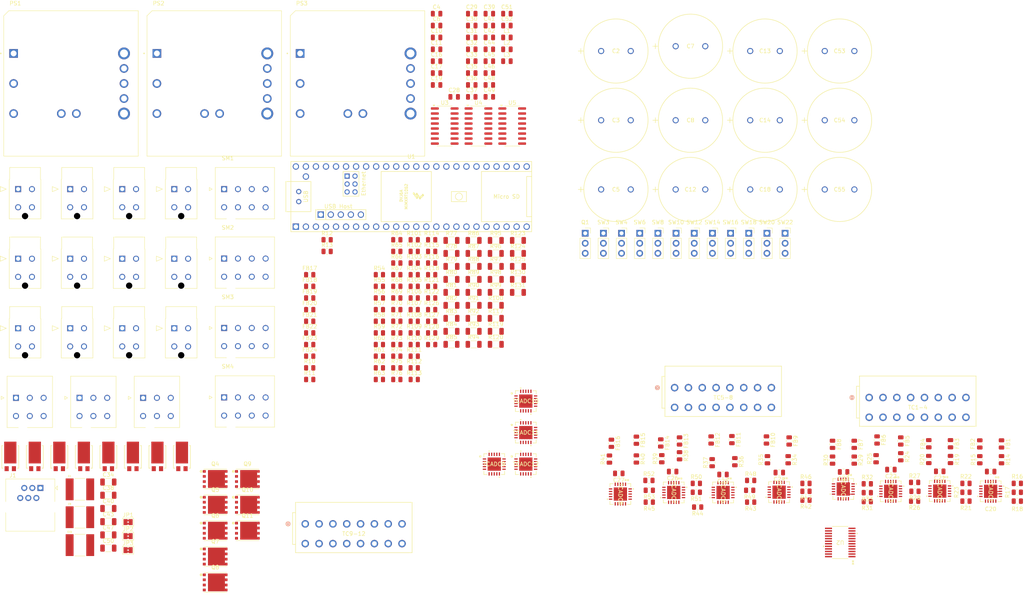
<source format=kicad_pcb>
(kicad_pcb (version 20240108) (generator "pcbnew") (generator_version "8.0")
  (layers (0 "F.Cu" signal) (1 "In1.Cu" signal) (2 "In2.Cu" signal) (31 "B.Cu" signal) (34 "B.Paste" user) (35 "F.Paste" user) (36 "B.SilkS" user "B.Silkscreen") (37 "F.SilkS" user "F.Silkscreen") (38 "B.Mask" user) (39 "F.Mask" user) (44 "Edge.Cuts" user))
  (net 0 "")
  (net 1 "+VDC")
  (net 2 "GND")
  (net 3 "PS1 Vout")
  (net 4 "Imon PS1")
  (net 5 "Imon PS2")
  (net 6 "PS2 Vout")
  (net 7 "Imon PS3")
  (net 8 "PS3 Vout")
  (net 9 "GNDD")
  (net 10 "3.3V")
  (net 11 "Net-(TCADC1-VIN-)")
  (net 12 "Net-(TCADC1-VIN+)")
  (net 13 "Net-(TCADC2-VIN+)")
  (net 14 "Net-(TCADC2-VIN-)")
  (net 15 "Net-(TCADC3-VIN-)")
  (net 16 "Net-(TCADC3-VIN+)")
  (net 17 "Net-(TCADC4-VIN+)")
  (net 18 "Net-(TCADC4-VIN-)")
  (net 19 "Net-(TCADC5-VIN-)")
  (net 20 "Net-(TCADC5-VIN+)")
  (net 21 "Net-(TCADC6-VIN+)")
  (net 22 "Net-(TCADC6-VIN-)")
  (net 23 "Net-(TCADC7-VIN-)")
  (net 24 "Net-(TCADC7-VIN+)")
  (net 25 "Net-(TCADC8-VIN+)")
  (net 26 "Net-(TCADC8-VIN-)")
  (net 27 "Net-(TCADC9-VIN-)")
  (net 28 "Net-(TCADC9-VIN+)")
  (net 29 "Net-(TCADC10-VIN-)")
  (net 30 "Net-(TCADC10-VIN+)")
  (net 31 "Net-(TCADC11-VIN-)")
  (net 32 "Net-(TCADC11-VIN+)")
  (net 33 "Net-(TCADC12-VIN+)")
  (net 34 "Net-(TCADC12-VIN-)")
  (net 35 "Net-(U3-INA-)")
  (net 36 "Net-(U3-INA+)")
  (net 37 "Net-(U3-VBG)")
  (net 38 "Net-(C34-Pad1)")
  (net 39 "Net-(C39-Pad1)")
  (net 40 "Net-(U4-INA-)")
  (net 41 "Net-(U4-INA+)")
  (net 42 "Net-(U4-VBG)")
  (net 43 "Net-(C46-Pad1)")
  (net 44 "Net-(U5-INA+)")
  (net 45 "Net-(U5-INA-)")
  (net 46 "Net-(U5-VBG)")
  (net 47 "Net-(D1-A)")
  (net 48 "Net-(D2-A)")
  (net 49 "Net-(D3-A)")
  (net 50 "Net-(D4-A)")
  (net 51 "Net-(D5-A)")
  (net 52 "Net-(D6-A)")
  (net 53 "Net-(D7-A)")
  (net 54 "Net-(D8-A)")
  (net 55 "TC1+")
  (net 56 "Net-(FB1-Pad2)")
  (net 57 "TC1-")
  (net 58 "Net-(FB2-Pad2)")
  (net 59 "Net-(FB3-Pad2)")
  (net 60 "TC2+")
  (net 61 "Net-(FB4-Pad2)")
  (net 62 "TC2-")
  (net 63 "Net-(FB5-Pad2)")
  (net 64 "TC3+")
  (net 65 "TC3-")
  (net 66 "Net-(FB6-Pad2)")
  (net 67 "TC4+")
  (net 68 "Net-(FB7-Pad2)")
  (net 69 "TC4-")
  (net 70 "Net-(FB8-Pad2)")
  (net 71 "TC5+")
  (net 72 "Net-(FB9-Pad2)")
  (net 73 "TC5-")
  (net 74 "Net-(FB10-Pad2)")
  (net 75 "TC6+")
  (net 76 "Net-(FB11-Pad2)")
  (net 77 "TC6-")
  (net 78 "Net-(FB12-Pad2)")
  (net 79 "TC7+")
  (net 80 "Net-(FB13-Pad2)")
  (net 81 "TC7-")
  (net 82 "Net-(FB14-Pad2)")
  (net 83 "TC8+")
  (net 84 "Net-(FB15-Pad2)")
  (net 85 "TC8-")
  (net 86 "Net-(FB16-Pad2)")
  (net 87 "Net-(FB17-Pad2)")
  (net 88 "TC9+")
  (net 89 "Net-(FB18-Pad2)")
  (net 90 "TC9-")
  (net 91 "TC10+")
  (net 92 "Net-(FB19-Pad2)")
  (net 93 "Net-(FB20-Pad2)")
  (net 94 "TC10-")
  (net 95 "Net-(FB21-Pad2)")
  (net 96 "TC11+")
  (net 97 "Net-(FB22-Pad2)")
  (net 98 "TC11-")
  (net 99 "TC12+")
  (net 100 "Net-(FB23-Pad2)")
  (net 101 "TC12-")
  (net 102 "Net-(FB24-Pad2)")
  (net 109 "Net-(JP1-B)")
  (net 110 "Net-(JP2-B)")
  (net 111 "Net-(JP3-B)")
  (net 112 "Net-(Q1-C)")
  (net 113 "Net-(Q2-C)")
  (net 114 "Net-(Q3-C)")
  (net 115 "Net-(LC1-Pad4)")
  (net 116 "Net-(LC1-Pad3)")
  (net 118 "Net-(LC2-Pad4)")
  (net 119 "Net-(LC2-Pad3)")
  (net 121 "Net-(LC3-Pad3)")
  (net 123 "Net-(LC3-Pad4)")
  (net 125 "Net-(PS1-TRIM)")
  (net 126 "Net-(PS1-CURRENT_MONITOR)")
  (net 127 "Net-(PS1-~{ON}{slash}OFF)")
  (net 128 "Net-(PS2-~{ON}{slash}OFF)")
  (net 130 "Net-(PS2-CURRENT_MONITOR)")
  (net 131 "Net-(PS2-TRIM)")
  (net 132 "Net-(PS3-~{ON}{slash}OFF)")
  (net 134 "Net-(PS3-CURRENT_MONITOR)")
  (net 135 "Net-(PS3-TRIM)")
  (net 136 "Net-(PT1-Pad2)")
  (net 137 "GNDA")
  (net 139 "Net-(SW8-B)")
  (net 140 "Net-(PT2-Pad2)")
  (net 142 "Net-(SW10-B)")
  (net 143 "Net-(PT3-Pad2)")
  (net 145 "Net-(SW12-B)")
  (net 147 "Net-(PT4-Pad2)")
  (net 148 "Net-(SW14-B)")
  (net 149 "Net-(SW16-B)")
  (net 150 "Net-(PT5-Pad2)")
  (net 152 "Net-(SW18-B)")
  (net 153 "Net-(PT6-Pad2)")
  (net 155 "Net-(SW20-B)")
  (net 157 "Net-(PT7-Pad2)")
  (net 158 "Net-(PT8-Pad2)")
  (net 159 "Net-(SW22-B)")
  (net 161 "Net-(Q4-G)")
  (net 162 "Net-(Q5-G)")
  (net 163 "Net-(Q6-G)")
  (net 164 "Net-(Q7-G)")
  (net 165 "Net-(Q8-G)")
  (net 166 "Net-(Q9-G)")
  (net 167 "Net-(Q10-G)")
  (net 168 "Net-(Q11-G)")
  (net 169 "Net-(U2-A0)")
  (net 170 "Net-(U2-A1)")
  (net 171 "Net-(U2-A2)")
  (net 172 "Net-(U2-*RESET)")
  (net 173 "MP1_SDA1")
  (net 174 "MP1_SCL1")
  (net 175 "Net-(TCADC1-ADDR)")
  (net 176 "Net-(TCADC2-ADDR)")
  (net 177 "MP1_SDA2")
  (net 178 "MP1_SCL2")
  (net 179 "Net-(TCADC3-ADDR)")
  (net 180 "MP1_SDA3")
  (net 181 "MP1_SCL3")
  (net 182 "Net-(TCADC4-ADDR)")
  (net 183 "MP1_SDA4")
  (net 184 "MP1_SCL4")
  (net 185 "Net-(TCADC5-ADDR)")
  (net 186 "Net-(TCADC6-ADDR)")
  (net 187 "Net-(TCADC7-ADDR)")
  (net 188 "Net-(TCADC8-ADDR)")
  (net 189 "MP1_SDA5")
  (net 190 "MP1_SCL5")
  (net 191 "MP1_SDA6")
  (net 192 "MP1_SCL6")
  (net 193 "MP1_SDA7")
  (net 194 "MP1_SCL7")
  (net 195 "MP1_SDA8")
  (net 196 "MP1_SCL8")
  (net 197 "Net-(TCADC9-ADDR)")
  (net 198 "Net-(TCADC10-ADDR)")
  (net 199 "Net-(TCADC11-ADDR)")
  (net 200 "SDA")
  (net 201 "SCL")
  (net 202 "Net-(R77-Pad2)")
  (net 203 "Net-(R77-Pad1)")
  (net 204 "Net-(R79-Pad2)")
  (net 205 "Net-(R80-Pad1)")
  (net 206 "Net-(R81-Pad1)")
  (net 207 "Net-(R82-Pad2)")
  (net 208 "Net-(R83-Pad1)")
  (net 209 "Net-(R84-Pad1)")
  (net 210 "Net-(R85-Pad2)")
  (net 211 "Net-(R86-Pad1)")
  (net 212 "Net-(R87-Pad1)")
  (net 213 "Net-(R88-Pad2)")
  (net 214 "Net-(R89-Pad1)")
  (net 215 "Net-(R90-Pad1)")
  (net 216 "Net-(R91-Pad2)")
  (net 217 "Net-(R92-Pad1)")
  (net 218 "Net-(R93-Pad1)")
  (net 219 "Net-(R94-Pad2)")
  (net 220 "Net-(R95-Pad1)")
  (net 221 "Net-(R96-Pad1)")
  (net 222 "Net-(R97-Pad2)")
  (net 223 "Net-(R98-Pad1)")
  (net 224 "Net-(R99-Pad1)")
  (net 225 "Net-(R100-Pad2)")
  (net 226 "VBF1")
  (net 227 "VBF2")
  (net 228 "VBF3")
  (net 229 "RELAY1")
  (net 230 "RELAY2")
  (net 231 "RELAY3")
  (net 232 "RELAY4")
  (net 233 "RELAY")
  (net 234 "ENA1")
  (net 235 "DIR1")
  (net 236 "PUL1")
  (net 237 "ENA2")
  (net 238 "DIR2")
  (net 239 "PUL2")
  (net 240 "DIR3")
  (net 241 "ENA3")
  (net 242 "PUL3")
  (net 243 "ENA5")
  (net 244 "PUL4")
  (net 245 "DIR4")
  (net 294 "PT4")
  (net 297 "CLK2")
  (net 299 "RELAY8")
  (net 300 "PT6")
  (net 302 "PT1")
  (net 303 "CLK1")
  (net 304 "SERVO4")
  (net 305 "DAT2")
  (net 306 "RELAY6")
  (net 307 "SERVO1")
  (net 309 "DAT3")
  (net 310 "PT8")
  (net 312 "CLK3")
  (net 313 "GNDPWR")
  (net 314 "SERVO5")
  (net 316 "RELAY7")
  (net 319 "SERVO3")
  (net 323 "PT3")
  (net 324 "PT5")
  (net 326 "SERVO2")
  (net 327 "PT7")
  (net 331 "PT2")
  (net 332 "RELAY5")
  (net 333 "DAT1")
  (net 337 "Net-(Q1-B)")
  (net 338 "Net-(Q2-B)")
  (net 343 "Net-(Q3-B)")
  (net 346 "Net-(SW3-A)")
  (net 347 "Net-(SW3-C)")
  (net 348 "Net-(SW4-C)")
  (net 349 "Net-(SW4-A)")
  (net 350 "Net-(SW6-C)")
  (net 351 "Net-(SW6-A)")
  (net 352 "24V")
  (net 353 "5V")
  (footprint "Resistor_SMD:R_0805_2012Metric" (layer "F.Cu") (at 125.18 83.28)
    (property "Reference" "R64")
    (property "Value" "10k")
  )
  (footprint "Capacitor_SMD:C_0805_2012Metric" (layer "F.Cu") (at 135.25 38.04)
    (property "Reference" "C16")
    (property "Value" "0.1 uF")
  )
  (footprint "Capacitor_SMD:C_0805_2012Metric" (layer "F.Cu") (at 148.6 35.03)
    (property "Reference" "C44")
    (property "Value" "0.1uF")
  )
  (footprint "Resistor_SMD:R_0805_2012Metric" (layer "F.Cu") (at 125.18 118.68)
    (property "Reference" "R76")
    (property "Value" "14.5k")
  )
  (footprint "Capacitor_SMD:C_0805_2012Metric" (layer "F.Cu") (at 195 142 180)
    (property "Reference" "C26")
    (property "Value" "0.1 uF")
  )
  (footprint "Resistor_SMD:R_0805_2012Metric" (layer "F.Cu") (at 278.249999 139 -90)
    (property "Reference" "R14")
    (property "Value" "100")
  )
  (footprint "Resistor_SMD:R_0805_2012Metric" (layer "F.Cu") (at 269.249999 145)
    (property "Reference" "R22")
    (property "Value" "10k")
  )
  (footprint "CONN_2601_3108:CONN_2601_3108" (layer "F.Cu") (at 244.749997 123.25)
    (property "Reference" "TC1-4")
    (property "Value" "2601-3108")
  )
  (footprint "Resistor_SMD:R_0805_2012Metric" (layer "F.Cu") (at 120.77 92.13)
    (property "Reference" "R54")
    (property "Value" "100")
  )
  (footprint "Resistor_SMD:R_1206_3216Metric" (layer "F.Cu") (at 139.01 90.03)
    (property "Reference" "R79")
    (property "Value" "160")
  )
  (footprint "Resistor_SMD:R_1206_3216Metric" (layer "F.Cu") (at 150.23 93.32)
    (property "Reference" "R98")
    (property "Value" "5k")
  )
  (footprint "Jumper:SolderJumper-2_P1.3mm_Bridged2Bar_Pad1.0x1.5mm" (layer "F.Cu") (at 57.16 158.36)
    (property "Reference" "JP2")
    (property "Value" "SolderJumper_2_Open")
  )
  (footprint "CONN_1722981106_Universal:CONN_1722981106" (layer "F.Cu") (at 28.78 123.33)
    (property "Reference" "LC1" (hide yes))
    (property "Value" "1722981206" (hide yes))
  )
  (footprint "Resistor_SMD:R_0805_2012Metric" (layer "F.Cu") (at 252.749999 138.25 -90)
    (property "Reference" "R24")
    (property "Value" "100")
  )
  (footprint "Resistor_SMD:R_0805_2012Metric" (layer "F.Cu") (at 103.13 118.68)
    (property "Reference" "R11")
    (property "Value" "10k")
  )
  (footprint "Resistor_SMD:R_1206_3216Metric" (layer "F.Cu") (at 139.01 83.45)
    (property "Reference" "R77")
    (property "Value" "2.7k")
  )
  (footprint "Capacitor_SMD:C_0805_2012Metric" (layer "F.Cu") (at 181.3735 142.4735 180)
    (property "Reference" "C27")
    (property "Value" "0.1 uF")
  )
  (footprint "Resistor_SMD:R_0805_2012Metric" (layer "F.Cu") (at 282.249999 149.5 180)
    (property "Reference" "R18")
    (property "Value" "10k")
  )
  (footprint "Resistor_SMD:R_0805_2012Metric" (layer "F.Cu") (at 134 109.83)
    (property "Reference" "R129")
    (property "Value" "100")
  )
  (footprint "Resistor_SMD:R_0805_2012Metric" (layer "F.Cu") (at 201 145)
    (property "Reference" "R50")
    (property "Value" "10k")
  )
  (footprint "IC_MCP9600-EMX:IC_MCP9600-EMX-M" (layer "F.Cu") (at 262.610999 146.95 -90)
    (property "Reference" "TCADC2")
    (property "Value" "MCP9600-E/MX" (hide yes))
  )
  (footprint "Resistor_SMD:R_0805_2012Metric" (layer "F.Cu") (at 259.837499 138.95 90)
    (property "Reference" "R20")
    (property "Value" "100")
  )
  (footprint "Resistor_SMD:R_0805_2012Metric" (layer "F.Cu") (at 125.18 92.13)
    (property "Reference" "R67")
    (property "Value" "10k")
  )
  (footprint "Resistor_SMD:R_1206_3216Metric" (layer "F.Cu") (at 150.23 103.19)
    (property "Reference" "R117")
    (property "Value" "5k")
  )
  (footprint "Capacitor_SMD:C_0805_2012Metric" (layer "F.Cu") (at 135.25 32.02)
    (property "Reference" "C10")
    (property "Value" "0.1 uF")
  )
  (footprint "Resistor_SMD:R_1206_3216Metric" (layer "F.Cu") (at 155.84 83.45)
    (property "Reference" "R123")
    (property "Value" "5k")
  )
  (footprint "CONN_1722981104_Universal:CONN_1722981104" (layer "F.Cu") (at 29.32649 70.448502)
    (property "Reference" "J2" (hide yes))
    (property "Value" "1722981104" (hide yes))
  )
  (footprint "Resistor_SMD:R_0805_2012Metric" (layer "F.Cu") (at 120.77 118.68)
    (property "Reference" "R63")
    (property "Value" "10k")
  )
  (footprint "Connector_PinSocket_2.54mm:PinSocket_1x03_P2.54mm_Vertical" (layer "F.Cu") (at 191.2706 81.6219)
    (property "Reference" "SW8")
    (property "Value" "SW_SPDT")
  )
  (footprint "Resistor_SMD:R_1206_3216Metric" (layer "F.Cu") (at 150.23 90.03)
    (property "Reference" "R97")
    (property "Value" "160")
  )
  (footprint "MOSFET_CSD17306Q5A:MOSFET_CSD17306Q5A" (layer "F.Cu") (at 79.22375 150.4325)
    (property "Reference" "Q5")
    (property "Value" "NMOS")
  )
  (footprint "Capacitor_SMD:C_0805_2012Metric" (layer "F.Cu") (at 250.249999 141.5 180)
    (property "Reference" "C22")
    (property "Value" "0.1 uF")
  )
  (footprint "Resistor_SMD:R_1206_3216Metric" (layer "F.Cu") (at 144.62 93.32)
    (property "Reference" "R89")
    (property "Value" "5k")
  )
  (footprint "CP_EGPA101ELL471ML35S:CP_EGPA101ELL471ML35S" (layer "F.Cu") (at 233.507 53)
    (property "Reference" "C54")
    (property "Value" "470 uF")
  )
  (footprint "Resistor_SMD:R_1206_3216Metric" (layer "F.Cu") (at 155.84 90.03)
    (property "Reference" "R125")
    (property "Value" "5k")
  )
  (footprint "Resistor_SMD:R_0805_2012Metric" (layer "F.Cu") (at 103.13 100.98)
    (property "Reference" "FB20")
    (property "Value" "FerriteBead")
  )
  (footprint "Resistor_SMD:R_0805_2012Metric" (layer "F.Cu") (at 256.249999 149.5 180)
    (property "Reference" "R26")
    (property "Value" "10k")
  )
  (footprint "Resistor_SMD:R_1206_3216Metric" (layer "F.Cu") (at 144.62 83.45)
    (property "Reference" "R86")
    (property "Value" "5k")
  )
  (footprint "Resistor_SMD:R_1206_3216Metric" (layer "F.Cu") (at 139.01 103.19)
    (property "Reference" "R83")
    (property "Value" "5k")
  )
  (footprint "IC_MCP9600-EMX:IC_MCP9600-EMX-M" (layer "F.Cu") (at 207.7735 147.3 -90)
    (property "Reference" "TCADC6")
    (property "Value" "MCP9600-E/MX")
  )
  (footprint "Resistor_SMD:R_0805_2012Metric" (layer "F.Cu") (at 120.77 112.78)
    (property "Reference" "R61")
    (property "Value" "100")
  )
  (footprint "Resistor_SMD:R_0805_2012Metric" (layer "F.Cu") (at 103.13 103.93)
    (property "Reference" "FB21")
    (property "Value" "FerriteBead")
  )
  (footprint "Resistor_SMD:R_0805_2012Metric" (layer "F.Cu") (at 189.0875 146.75 180)
    (property "Reference" "R53")
    (property "Value" "10k")
  )
  (footprint "Resistor_SMD:R_1206_3216Metric" (layer "F.Cu") (at 139.01 109.77)
    (property "Reference" "R85")
    (property "Value" "160")
  )
  (footprint "IC_TCA9548APWR:IC_TCA9548APWR-M" (layer "F.Cu") (at 237.425001 159.9718 180)
    (property "Reference" "U2")
    (property "Value" "TCA9548APWR")
  )
  (footprint "Resistor_SMD:R_0805_2012Metric" (layer "F.Cu") (at 125.18 95.08)
    (property "Reference" "R68")
    (property "Value" "10k")
  )
  (footprint "IC_MCP9600-EMX:IC_MCP9600-EMX-M" (layer "F.Cu") (at 195.2735 147.3 -90)
    (property "Reference" "TCADC7")
    (property "Value" "MCP9600-E/MX")
  )
  (footprint "Resistor_SMD:R_0805_2012Metric" (layer "F.Cu") (at 252.749999 134.25 -90)
    (property "Reference" "FB5")
    (property "Value" "FerriteBead")
  )
  (footprint "Resistor_SMD:R_0805_2012Metric" (layer "F.Cu") (at 228.75 147 180)
    (property "Reference" "R47")
    (property "Value" "10k")
  )
  (footprint "Resistor_SMD:R_0805_2012Metric" (layer "F.Cu") (at 120.77 106.88)
    (property "Reference" "R59")
    (property "Value" "100")
  )
  (footprint "MOSFET_CSD17306Q5A:MOSFET_CSD17306Q5A" (layer "F.Cu") (at 79.22375 170.0825)
    (property "Reference" "Q8")
    (property "Value" "NMOS")
  )
  (footprint "Resistor_SMD:R_0805_2012Metric" (layer "F.Cu") (at 179.5 134.8375 -90)
    (property "Reference" "FB16")
    (property "Value" "FerriteBead")
  )
  (footprint "Capacitor_SMD:C_1206_3216Metric" (layer "F.Cu") (at 52.16 158.05)
    (property "Reference" "C47")
    (property "Value" "10uF")
  )
  (footprint "Resistor_SMD:R_0805_2012Metric" (layer "F.Cu") (at 134 100.98)
    (property "Reference" "R126")
    (property "Value" "100")
  )
  (footprint "Resistor_SMD:R_0805_2012Metric" (layer "F.Cu") (at 125.18 109.83)
    (property "Reference" "R73")
    (property "Value" "10k")
  )
  (footprint "Resistor_SMD:R_0805_2012Metric" (layer "F.Cu") (at 259.837499 134.95 -90)
    (property "Reference" "FB4")
    (property "Value" "FerriteBead")
  )
  (footprint "Resistor_SMD:R_1206_3216Metric" (layer "F.Cu") (at 144.62 96.61)
    (property "Reference" "R90")
    (property "Value" "2.7k")
  )
  (footprint "Resistor_SMD:R_0805_2012Metric" (layer "F.Cu") (at 125.18 86.23)
    (property "Reference" "R65")
    (property "Value" "10k")
  )
  (footprint "CONN_1722981108_Universal:CONN_1722981108" (layer "F.Cu") (at 81.47 105.63)
    (property "Reference" "SM3")
    (property "Value" "1722981108")
  )
  (footprint "CONN_1722981108_Universal:CONN_1722981108" (layer "F.Cu") (at 81.47 88.04)
    (property "Reference" "SM2")
    (property "Value" "1722981108")
  )
  (footprint "Resistor_SMD:R_0805_2012Metric" (layer "F.Cu") (at 120.77 100.98)
    (property "Reference" "R57")
    (property "Value" "100")
  )
  (footprint "Resistor_SMD:R_0805_2012Metric" (layer "F.Cu") (at 282.249999 145)
    (property "Reference" "R16")
    (property "Value" "10k")
  )
  (footprint "Resistor_SMD:R_0805_2012Metric" (layer "F.Cu") (at 129.59 112.78)
    (property "Reference" "R111")
    (property "Value" "10k")
  )
  (footprint "Resistor_SMD:R_1206_3216Metric" (layer "F.Cu") (at 155.84 93.32)
    (property "Reference" "R130")
    (property "Value" "5k")
  )
  (footprint "CP_EGPA101ELL471ML35S:CP_EGPA101ELL471ML35S" (layer "F.Cu") (at 214.6381 70.5354)
    (property "Reference" "C18")
    (property "Value" "470 uF")
  )
  (footprint "Resistor_SMD:R_0805_2012Metric" (layer "F.Cu") (at 224.5 134.25 -90)
    (property "Reference" "FB9")
    (property "Value" "FerriteBead")
  )
  (footprint "Resistor_SMD:R_0805_2012Metric" (layer "F.Cu") (at 103.13 98.03)
    (property "Reference" "FB19")
    (property "Value" "FerriteBead")
  )
  (footprint "Resistor_SMD:R_1206_3216Metric" (layer "F.Cu") (at 139.01 86.74)
    (property "Reference" "R78")
    (property "Value" "5k")
  )
  (footprint "Resistor_SMD:R_0805_2012Metric" (layer "F.Cu") (at 129.59 95.08)
    (property "Reference" "R105")
    (property "Value" "8.2k")
  )
  (footprint "Resistor_SMD:R_0805_2012Metric" (layer "F.Cu") (at 244.2735 145.100001)
    (property "Reference" "R32")
    (property "Value" "10k")
  )
  (footprint "Resistor_SMD:R_0805_2012Metric" (layer "F.Cu") (at 103.13 92.13)
    (property "Reference" "FB17")
    (property "Value" "FerriteBead")
  )
  (footprint "DCC_I7C4W012A050V_PF3_R:DCC_I7C4W012A050V_PF3_R" (layer "F.Cu") (at 42.155 43.685)
    (property "Reference" "PS1")
    (property "Value" "I7C4W008A120V-PF3-R")
  )
  (footprint "Resistor_SMD:R_0805_2012Metric" (layer "F.Cu") (at 125.18 103.93)
    (property "Reference" "R71")
    (property "Value" "10k")
  )
  (footprint "Connector_PinSocket_2.54mm:PinSocket_1x03_P2.54mm_Vertical" (layer "F.Cu") (at 218.8706 81.6219)
    (property "Reference" "SW20")
    (property "Value" "SW_SPDT")
  )
  (footprint "Resistor_SMD:R_0805_2012Metric" (layer "F.Cu") (at 120.77 98.03)
    (property "Reference" "R56")
    (property "Value" "100")
  )
  (footprint "Capacitor_SMD:C_0805_2012Metric" (layer "F.Cu") (at 135.25 26)
    (property "Reference" "C4")
    (property "Value" "0.1 uF")
  )
  (footprint "Resistor_SMD:R_0805_2012Metric" (layer "F.Cu") (at 219 139 90)
    (property "Reference" "R35")
    (property "Value" "100")
  )
  (footprint "Capacitor_SMD:C_0805_2012Metric" (layer "F.Cu") (at 207.75 142.75 180)
    (property "Reference" "C25")
    (property "Value" "0.1 uF")
  )
  (footprint "Resistor_SMD:R_0805_2012Metric" (layer "F.Cu") (at 134 106.88)
    (property "Reference" "R128")
    (property "Value" "100")
  )
  (footprint "CONN_1722981104_Universal:CONN_1722981104" (layer "F.Cu") (at 29.32649 105.702504)
    (property "Reference" "PT5" (hide yes))
    (property "Value" "1722981104" (hide yes))
  )
  (footprint "Capacitor_SMD:C_0805_2012Metric" (layer "F.Cu") (at 153.05 26)
    (property "Reference" "C51")
    (property "Value" "0.1uF")
  )
  (footprint "Resistor_SMD:R_0805_2012Metric" (layer "F.Cu") (at 125.18 100.98)
    (property "Reference" "R70")
    (property "Value" "10k")
  )
  (footprint "Resistor_SMD:R_1206_3216Metric" (layer "F.Cu") (at 150.23 86.74)
    (property "Reference" "R96")
    (property "Value" "2.7k")
  )
  (footprint "Resistor_SMD:R_0805_2012Metric" (layer "F.Cu") (at 129.59 86.23)
    (property "Reference" "R102")
    (property "Value" "10k")
  )
  (footprint "Capacitor_SMD:C_1206_3216Metric" (layer "F.Cu") (at 52.16 151.35)
    (property "Reference" "C40")
    (property "Value" "10uF")
  )
  (footprint "Resistor_SMD:R_0805_2012Metric" (layer "F.Cu") (at 192.25 138.75 90)
    (property "Reference" "R39")
    (property "Value" "100")
  )
  (footprint "Resistor_SMD:R_1206_3216Metric" (layer "F.Cu") (at 144.62 109.77)
    (property "Reference" "R94")
    (property "Value" "160")
  )
  (footprint "D_PDS760_13:D_PDS760_13-M" (layer "F.Cu") (at 64.5805 138.29)
    (property "Reference" "D7" (hide yes))
    (property "Value" "D_Schottky" (hide yes))
  )
  (footprint "Resistor_SMD:R_1206_3216Metric" (layer "F.Cu") (at 139.01 106.48)
    (property "Reference" "R84")
    (property "Value" "2.7k")
  )
  (footprint "Resistor_SMD:R_1206_3216Metric" (layer "F.Cu") (at 144.62 103.19)
    (property "Reference" "R92")
    (property "Value" "5k")
  )
  (footprint "Capacitor_SMD:C_0805_2012Metric" (layer "F.Cu") (at 148.6 38.04)
    (property "Reference" "C45")
    (property "Value" "0.1uF")
  )
  (footprint "Resistor_SMD:R_0805_2012Metric" (layer "F.Cu") (at 224.25 139 -90)
    (property "Reference" "R34")
    (property "Value" "100")
  )
  (footprint "Capacitor_SMD:C_0805_2012Metric" (layer "F.Cu") (at 144.15 38.04)
    (property "Reference" "C33")
    (property "Value" "0.1uF")
  )
  (footprint "CONN_1722981104_Universal:CONN_1722981104" (layer "F.Cu") (at 68.851439 105.702504)
    (property "Reference" "PT8" (hide yes))
    (property "Value" "1722981104" (hide yes))
  )
  (footprint "Capacitor_SMD:C_0805_2012Metric" (layer "F.Cu") (at 144.15 26)
    (property "Reference" "C29")
    (property "Value" "0.1 uF")
  )
  (footprint "Resistor_SMD:R_0805_2012Metric" (layer "F.Cu") (at 125.18 98.03)
    (property "Reference" "R69")
    (property "Value" "10k")
  )
  (footprint "Resistor_SMD:R_0805_2012Metric" (layer "F.Cu") (at 210.75 139.5 -90)
    (property "Reference" "R36")
    (property "Value" "100")
  )
  (footprint "Capacitor_SMD:C_0805_2012Metric" (layer "F.Cu") (at 144.15 44.06)
    (property "Reference" "C36")
    (property "Value" "0.1uF")
  )
  (footprint "Resistor_SMD:R_0805_2012Metric" (layer "F.Cu") (at 282.249999 147.25 180)
    (property "Reference" "R17")
    (property "Value" "10k")
  )
  (footprint "Connector_PinSocket_2.54mm:PinSocket_1x03_P2.54mm_Vertical" (layer "F.Cu") (at 223.4706 81.6219)
    (property "Reference" "SW22")
    (property "Value" "SW_SPDT")
  )
  (footprint "CONN_1722981104_Universal:CONN_1722981104" (layer "F.Cu") (at 55.676456 88.075503)
    (property "Reference" "PT3" (hide yes))
    (property "Value" "1722981104" (hide yes))
  )
  (footprint "Resistor_SMD:R_1206_3216Metric" (layer "F.Cu") (at 155.84 96.61)
    (property "Reference" "R131")
    (property "Value" "5k")
  )
  (footprint "Resistor_SMD:R_0805_2012Metric" (layer "F.Cu") (at 265.337499 138.95 -90)
    (property "Reference" "R19")
    (property "Value" "100")
  )
  (footprint "IC_MCP9600-EMX:IC_MCP9600-EMX-M" (layer "F.Cu") (at 157.8325 124.1475)
    (property "Reference" "TCADC10")
    (property "Value" "MCP9600-E/MX")
  )
  (footprint "Capacitor_SMD:C_0805_2012Metric" (layer "F.Cu") (at 135.25 44.06)
    (property "Reference" "C19")
    (property "Value" "0.1 uF")
  )
  (footprint "Capacitor_SMD:C_0805_2012Metric" (layer "F.Cu") (at 144.15 35.03)
    (property "Reference" "C32")
    (property "Value" "0.1uF")
  )
  (footprint "Resistor_SMD:R_0805_2012Metric" (layer "F.Cu") (at 210 133.9125 -90)
    (property "Reference" "FB11")
    (property "Value" "FerriteBead")
  )
  (footprint "CONN_1722981104_Universal:CONN_1722981104" (layer "F.Cu") (at 29.32649 88.075503)
    (property "Reference" "PT1" (hide yes))
    (property "Value" "1722981104" (hide yes))
  )
  (footprint "Resistor_SMD:R_0805_2012Metric" (layer "F.Cu") (at 129.59 118.68)
    (property "Reference" "R113")
    (property "Value" "20k")
  )
  (footprint "D_PDS760_13:D_PDS760_13-M" (layer "F.Cu") (at 58.3735 138.29)
    (property "Reference" "D6" (hide yes))
    (property "Value" "D_Schottky" (hide yes))
  )
  (footprint "CP_EGPA101ELL471ML35S:CP_EGPA101ELL471ML35S" (layer "F.Cu") (at 176.9003 53)
    (property "Reference" "C3")
    (property "Value" "470 uF")
  )
  (footprint "C_KRM55WR72A226MH01L:C_KRM55WR72A226MH01L" (layer "F.Cu") (at 44.964 160.64)
    (property "Reference" "C15")
    (property "Value" "22 uF")
  )
  (footprint "Resistor_SMD:R_0805_2012Metric" (layer "F.Cu") (at 201 147.25 180)
    (property "Reference" "R51")
    (property "Value" "10k")
  )
  (footprint "DCC_I7C4W012A050V_PF3_R:DCC_I7C4W012A050V_PF3_R" (layer "F.Cu") (at 78.42 43.685)
    (property "Reference" "PS2")
    (property "Value" "I7C4W012A050V-PF3-R")
  )
  (footprint "CONN_1722981104_Universal:CONN_1722981104" (layer "F.Cu") (at 42.501473 88.075503)
    (property "Reference" "PT2" (hide yes))
    (property "Value" "1722981104" (hide yes))
  )
  (footprint "Connector_PinSocket_2.54mm:PinSocket_1x03_P2.54mm_Vertical" (layer "F.Cu") (at 205.0706 81.6219)
    (property "Reference" "SW14")
    (property "Value" "SW_SPDT")
  )
  (footprint "Connector_RJ:RJ25_Wayconn_MJEA-660X1_Horizontal" (layer "F.Cu") (at 34.96 146.16)
    (property "Reference" "J1")
    (property "Value" "5-2301995-2")
  )
  (footprint "Resistor_SMD:R_0805_2012Metric" (layer "F.Cu") (at 256.25 144.75)
    (property "Reference" "R27")
    (property "Value" "10k")
  )
  (footprint "Resistor_SMD:R_0805_2012Metric" (layer "F.Cu") (at 103.13 112.78)
    (property "Reference" "FB24")
    (property "Value" "FerriteBead")
  )
  (footprint "IC_MCP9600-EMX:IC_MCP9600-EMX-M" (layer "F.Cu") (at 181.7735 147.7 -90)
    (property "Reference" "TCADC8")
    (property "Value" "MCP9600-E/MX")
  )
  (footprint "Connector_PinSocket_2.54mm:PinSocket_1x03_P2.54mm_Vertical" (layer "F.Cu") (at 195.8706 81.6219)
    (property "Reference" "SW10")
    (property "Value" "SW_SPDT")
  )
  (footprint "Resistor_SMD:R_0805_2012Metric" (layer "F.Cu") (at 120.77 103.93)
    (property "Reference" "R58")
    (property "Value" "100")
  )
  (footprint "Capacitor_SMD:C_0805_2012Metric" (layer "F.Cu") (at 144.15 32.02)
    (property "Reference" "C31")
    (property "Value" "0.1 uF")
  )
  (footprint "Resistor_SMD:R_1206_3216Metric" (layer "F.Cu") (at 144.62 90.03)
    (property "Reference" "R88")
    (property "Value" "160")
  )
  (footprint "CP_EGPA101ELL471ML35S:CP_EGPA101ELL471ML35S" (layer "F.Cu") (at 195.7692 34.25)
    (property "Reference" "C7")
    (property "Value" "470 uF")
  )
  (footprint "MOSFET_CSD17306Q5A:MOSFET_CSD17306Q5A" (layer "F.Cu") (at 87.38 150.4325)
    (property "Reference" "Q10")
    (property "Value" "NMOS")
  )
  (footprint "Connector_PinSocket_2.54mm:PinSocket_1x03_P2.54mm_Vertical" (layer "F.Cu") (at 214.2706 81.6219)
    (property "Reference" "SW18")
    (property "Value" "SW_SPDT")
  )
  (footprint "Resistor_SMD:R_0805_2012Metric" (layer "F.Cu") (at 129.59 98.03)
    (property "Reference" "R106")
    (property "Value" "10k")
  )
  (footprint "Resistor_SMD:R_1206_3216Metric" (layer "F.Cu") (at 150.23 106.48)
    (property "Reference" "R119")
    (property "Value" "5k")
  )
  (footprint "CONN_1722981104_Universal:CONN_1722981104" (layer "F.Cu") (at 68.851439 70.448502)
    (property "Reference" "J5" (hide yes))
    (property "Value" "1722981104" (hide yes))
  )
  (footprint "Resistor_SMD:R_1206_3216Metric" (layer "F.Cu") (at 144.62 86.74)
    (property "Reference" "R87")
    (property "Value" "2.7k")
  )
  (footprint "Resistor_SMD:R_0805_2012Metric" (layer "F.Cu") (at 214.75 149.75 180)
    (property "Reference" "R43")
    (property "Value" "10k")
  )
  (footprint "Resistor_SMD:R_0805_2012Metric" (layer "F.Cu") (at 125.18 89.18)
    (property "Reference" "R66")
    (property "Value" "10k")
  )
  (footprint "IC_MCP9600-EMX:IC_MCP9600-EMX-M" (layer "F.Cu") (at 221.95 147.2265 -90)
    (property "Reference" "TCADC5")
    (property "Value" "MCP9600-E/MX")
  )
  (footprint "Resistor_SMD:R_0805_2012Metric" (layer "F.Cu") (at 192 134.75 -90)
    (property "Reference" "FB14")
    (property "Value" "FerriteBead")
  )
  (footprint "Connector_PinSocket_2.54mm:PinSocket_1x03_P2.54mm_Vertical" (layer "F.Cu") (at 182.0706 81.6219)
    (property "Reference" "SW4")
    (property "Value" "SW_SPDT")
  )
  (footprint "Resistor_SMD:R_0805_2012Metric" (layer "F.Cu") (at 272.749999 139 90)
    (property "Reference" "R15")
    (property "Value" "100")
  )
  (footprint "Resistor_SMD:R_0805_2012Metric" (layer "F.Cu") (at 129.59 106.88)
    (property "Reference" "R109")
    (property "Value" "8.2k")
  )
  (footprint "Resistor_SMD:R_0805_2012Metric" (layer "F.Cu") (at 103.13 115.73)
    (property "Reference" "R10")
    (property "Value" "10k")
  )
  (footprint "Resistor_SMD:R_0805_2012Metric" (layer "F.Cu") (at 103.13 95.08)
    (property "Reference" "FB18")
    (property "Value" "FerriteBead")
  )
  (footprint "Resistor_SMD:R_0805_2012Metric" (layer "F.Cu") (at 129.59 115.73)
    (property "Reference" "R112")
    (property "Value" "10k")
  )
  (footprint "Capacitor_SMD:C_0805_2012Metric" (layer "F.Cu") (at 139.7 47.07)
    (property "Reference" "C28")
    (property "Value" "0.1 uF")
  )
  (footprint "Package_SO:SOP-16_3.9x9.9mm_P1.27mm" (layer "F.Cu") (at 154.4 54.47)
    (property "Reference" "U5")
    (property "Value" "HX711")
  )
  (footprint "Resistor_SMD:R_0805_2012Metric" (layer "F.Cu") (at 269.249999 149.5 180)
    (property "Reference" "R21")
    (property "Value" "10k")
  )
  (footprint "Resistor_SMD:R_0805_2012Metric" (layer "F.Cu") (at 218.75 134 -90)
    (property "Reference" "FB10")
    (property "Value" "FerriteBead")
  )
  (footprint "CONN_1722981108_Universal:CONN_1722981108" (layer "F.Cu") (at 81.47 70.45)
    (property "Reference" "SM1")
    (property "Value" "1722981108")
  )
  (footprint "CONN_1722981106_Universal:CONN_1722981106" (layer "F.Cu") (at 44.87 123.33)
    (property "Reference" "LC2" (hide yes))
    (property "Value" "1722981206" (hide yes))
  )
  (footprint "Capacitor_SMD:C_0805_2012Metric" (layer "F.Cu") (at 262.610999 141.95 180)
    (property "Reference" "C21")
    (property "Value" "0.1 uF")
  )
  (footprint "D_PDS760_13:D_PDS760_13-M" (layer "F.Cu") (at 39.7525 138.29)
    (property "Reference" "D3" (hide yes))
    (property "Value" "D_Schottky" (hide yes))
  )
  (footprint "Resistor_SMD:R_0805_2012Metric" (layer "F.Cu") (at 196.75 138 -90)
    (property "Reference" "R38")
    (property "Value" "100")
  )
  (footprint "CP_EGPA101ELL471ML35S:CP_EGPA101ELL471ML35S" (layer "F.Cu") (at 195.7692 53)
    (property "Reference" "C8")
    (property "Value" "470 uF")
  )
  (footprint "Resistor_SMD:R_0805_2012Metric" (layer "F.Cu") (at 214.75 144.25)
    (property "Reference" "R48")
    (property "Value" "10k")
  )
  (footprint "IC_MCP9600-EMX:IC_MCP9600-EMX-M" (layer "F.Cu") (at 250.199999 147 -90)
    (property "Reference" "TCADC3")
    (property "Value" "MCP9600-E/MX")
  )
  (footprint "CONN_1722981104_Universal:CONN_1722981104" (layer "F.Cu") (at 42.501473 105.702504)
    (property "Reference" "PT6" (hide yes))
    (property "Value" "1722981104" (hide yes))
  )
  (footprint "CONN_1722981104_Universal:CONN_1722981104" (layer "F.Cu") (at 68.851439 88.075503)
    (property "Reference" "PT4" (hide yes))
    (property "Value" "1722981104" (hide yes))
  )
  (footprint "Resistor_SMD:R_1206_3216Metric" (layer "F.Cu") (at 150.23 109.77)
    (property "Reference" "R120")
    (property "Value" "5k")
  )
  (footprint "MOSFET_CSD17306Q5A:MOSFET_CSD17306Q5A" (layer "F.Cu") (at 79.22375 143.8825)
    (property "Reference" "Q4")
    (property "Value" "NMOS")
  )
  (footprint "Resistor_SMD:R_0805_2012Metric" (layer "F.Cu") (at 129.59 103.93)
    (property "Reference" "R108")
    (property "Value" "20k")
  )
  (footprint "Capacitor_SMD:C_1206_3216Metric" (layer "F.Cu") (at 52.16 154.7)
    (property "Reference" "C43")
    (property "Value" "10uF")
  )
  (footprint "Resistor_SMD:R_0805_2012Metric" (layer "F.Cu") (at 103.13 109.83)
    (property "Reference" "FB23")
    (property "Value" "FerriteBead")
  )
  (footprint "Capacitor_SMD:C_1206_3216Metric" (layer "F.Cu") (at 52.16 161.4)
    (property "Reference" "C50")
    (property "Value" "10uF")
  )
  (footprint "Resistor_SMD:R_0805_2012Metric" (layer "F.Cu") (at 125.18 115.73)
    (property "Reference" "R75")
    (property "Value" "43k")
  )
  (footprint "Resistor_SMD:R_0805_2012Metric" (layer "F.Cu") (at 278.249999 135 -90)
    (property "Reference" "FB1")
    (property "Value" "FerriteBead")
  )
  (footprint "Resistor_SMD:R_0805_2012Metric" (layer "F.Cu") (at 189 144.25)
    (property "Reference" "R52")
    (property "Value" "10k")
  )
  (footprint "Capacitor_SMD:C_0805_2012Metric" (layer "F.Cu") (at 148.6 32.02)
    (property "Reference" "C42")
    (property "Value" "0.1uF")
  )
  (footprint "D_PDS760_13:D_PDS760_13-M" (layer "F.Cu") (at 33.5455 138.29)
    (property "Reference" "D2" (hide yes))
    (property "Value" "D_Schottky" (hide yes))
  )
  (footprint "IC_MCP9600-EMX:IC_MCP9600-EMX-M" (layer "F.Cu") (at 157.8325 140.1175)
    (property "Reference" "TCADC12")
    (property "Value" "MCP9600-E/MX")
  )
  (footprint "Resistor_SMD:R_0805_2012Metric" (layer "F.Cu") (at 120.77 109.83)
    (property "Reference" "R60")
    (property "Value" "100")
  )
  (footprint "Resistor_SMD:R_0805_2012Metric" (layer "F.Cu") (at 235.4735 135.100001 -90)
    (property "Reference" "FB8")
    (property "Value" "FerriteBead")
  )
  (footprint "CP_EGPA101ELL471ML35S:CP_EGPA101ELL471ML35S" (layer "F.Cu") (at 176.9003 35.4646)
    (property "Reference" "C2")
    (property "Value" "470 uF")
  )
  (footprint "Capacitor_SMD:C_0805_2012Metric" (layer "F.Cu") (at 148.6 29.01)
    (property "Reference" "C41")
    (property "Value" "0.1uF")
  )
  (footprint "MOSFET_CSD17306Q5A:MOSFET_CSD17306Q5A" (layer "F.Cu") (at 87.38 156.9825)
    (property "Reference" "Q11")
    (property "Value" "NMOS")
  )
  (footprint "D_PDS760_13:D_PDS760_13-M" (layer "F.Cu") (at 27.3385 138.29)
    (property "Reference" "D1" (hide yes))
    (property "Value" "D_Schottky" (hide yes))
  )
  (footprint "Resistor_SMD:R_0805_2012Metric" (layer "F.Cu") (at 228.75 145)
    (property "Reference" "R46")
    (property "Value" "10k")
  )
  (footprint "Capacitor_SMD:C_0805_2012Metric" (layer "F.Cu") (at 144.15 29.01)
    (property "Reference" "C30")
    (property "Value" "0.1 uF")
  )
  (footprint "Resistor_SMD:R_1206_3216Metric" (layer "F.Cu") (at 139.01 99.9)
    (property "Reference" "R82")
    (property "Value" "160")
  )
  (footprint "Resistor_SMD:R_0805_2012Metric" (layer "F.Cu") (at 240.9735 135.100001 -90)
    (property "Reference" "FB7")
    (property "Value" "FerriteBead")
  )
  (footprint "Resistor_SMD:R_0805_2012Metric" (layer "F.Cu") (at 256.3375 147 180)
    (property "Reference" "R28")
    (property "Value" "10k")
  )
  (footprint "Resistor_SMD:R_0805_2012Metric" (layer "F.Cu") (at 134 98.03)
    (property "Reference" "R122")
    (property "Value" "100")
  )
  (footprint "Capacitor_SMD:C_0805_2012Metric" (layer "F.Cu") (at 238.2735 142.100001 180)
    (property "Reference" "C23")
    (property "Value" "0.1 uF")
  )
  (footprint "Resistor_SMD:R_0805_2012Metric" (layer "F.Cu") (at 214.5 146.75 180)
    (property "Reference" "R49")
    (property "Value" "10k")
  )
  (footprint "Connector_PinSocket_2.54mm:PinSocket_1x03_P2.54mm_Vertical" (layer "F.Cu") (at 186.6706 81.6219)
    (property "Reference" "SW6")
    (property "Value" "SW_SPDT")
  )
  (footprint "Connector_PinSocket_2.54mm:PinSocket_1x03_P2.54mm_Vertical" (layer "F.Cu") (at 172.8706 81.6219)
    (property "Reference" "Q1")
    (property "Value" "PNP")
  )
  (footprint "Resistor_SMD:R_1206_3216Metric" (layer "F.Cu") (at 144.62 99.9)
    (property "Reference" "R91")
    (property "Value" "160")
  )
  (footprint "D_PDS760_13:D_PDS760_13-M" (layer "F.Cu") (at 52.1665 138.29)
    (property "Reference" "D5" (hide yes))
    (property "Value" "D_Schottky" (hide yes))
  )
  (footprint "Resistor_SMD:R_0805_2012Metric" (layer "F.Cu") (at 134 95.08)
    (property "Reference" "R121")
    (property "Value" "100")
  )
  (footprint "Resistor_SMD:R_0805_2012Metric" (layer "F.Cu") (at 235.4735 139.100001 90)
    (property "Reference" "R30")
    (property "Value" "100")
  )
  (footprint "Resistor_SMD:R_0805_2012Metric" (layer "F.Cu") (at 269.249999 147.25 180)
    (property "Reference" "R23")
    (property "Value" "10k")
  )
  (footprint "Resistor_SMD:R_0805_2012Metric" (layer "F.Cu") (at 120.77 95.08)
    (property "Reference" "R55")
    (property "Value" "100")
  )
  (footprint "CP_EGPA101ELL471ML35S:CP_EGPA101ELL471ML35S" (layer "F.Cu") (at 214.6381 35.4646)
    (property "Reference" "C13")
    (property "Value" "470 uF")
  )
  (footprint "Resistor_SMD:R_0805_2012Metric" (layer "F.Cu") (at 185.8235 138.811 -90)
    (property "Reference" "R40")
    (property "Value" "100")
  )
  (footprint "Resistor_SMD:R_1206_3216Metric" (layer "F.Cu") (at 150.23 99.9)
    (property "Reference" "R100")
    (property "Value" "160")
  )
  (footprint "Connector_PinSocket_2.54mm:PinSocket_1x03_P2.54mm_Vertical" (layer "F.Cu") (at 200.4706 81.6219)
    (property "Reference" "SW12")
    (property "Value" "SW_SPDT")
  )
  (footprint "Resistor_SMD:R_0805_2012Metric" (layer "F.Cu") (at 244.2735 147.350001 180)
    (property "Reference" "R33")
    (property "Value" "10k")
  )
  (footprint "Resistor_SMD:R_0805_2012Metric" (layer "F.Cu") (at 134 89.18)
    (property "Reference" "R116")
    (property "Value" "100")
  )
  (footprint "Capacitor_SMD:C_1206_3216Metric" (layer "F.Cu") (at 52.16 148)
    (property "Reference" "C38")
    (property "Value" "10uF")
  )
  (footprint "CP_EGPA101ELL471ML35S:CP_EGPA101ELL471ML35S" (layer "F.Cu") (at 195.7692 70.5354)
    (property "Reference" "C12")
    (property "Value" "470 uF")
  )
  (footprint "Resistor_SMD:R_0805_2012Metric" (layer "F.Cu") (at 129.59 89.18)
    (property "Reference" "R103")
    (property "Value" "10k")
  )
  (footprint "D_PDS760_13:D_PDS760_13-M" (layer "F.Cu") (at 70.7875 138.29)
    (property "Reference" "D8" (hide yes))
    (property "Value" "D_Schottky" (hide yes))
  )
  (footprint "Capacitor_SMD:C_0805_2012Metric" (layer "F.Cu") (at 135.25 41.05)
    (property "Reference" "C17")
    (property "Value" "0.1 uF")
  )
  (footprint "IC_MCP9600-EMX:IC_MCP9600-EMX-M" (layer "F.Cu") (at 275.499999 147 -90)
    (property "Reference" "TCADC1")
    (property "Value" "MCP9600-E/MX")
  )
  (footprint "Resistor_SMD:R_1206_3216Metric" (layer "F.Cu") (at 144.62 106.48)
    (property "Reference" "R93")
    (property "Value" "2.7k")
  )
  (footprint "Jumper:SolderJumper-2_P1.3mm_Bridged2Bar_Pad1.0x1.5mm" (layer "F.Cu") (at 57.16 154.81)
    (property "Reference" "JP1")
    (property "Value" "SolderJumper_2_Open")
  )
  (footprint "CP_EGPA101ELL471ML35S:CP_EGPA101ELL471ML35S" (layer "F.Cu") (at 214.6381 53)
    (property "Reference" "C14")
    (property "Value" "470 uF")
  )
  (footprint "Resistor_SMD:R_0805_2012Metric" (layer "F.Cu") (at 134 86.23)
    (property "Reference" "R115")
    (property "Value" "10k")
  )
  (footprint "CONN_2601_3108:CONN_2601_3108" (layer "F.Cu") (at 195.499999 120.75)
    (property "Reference" "TC5-8")
    (property "Value" "2601-3108")
  )
  (footprint "Capacitor_SMD:C_1206_3216Metric" (layer "F.Cu") (at 52.16 144.65)
    (property "Reference" "C34")
    (property "Value" "10uF")
  )
  (footprint "Resistor_SMD:R_0805_2012Metric" (layer "F.Cu") (at 129.59 100.98)
    (property "Reference" "R107")
    (property "Value" "10k")
  )
  (footprint "CONN_2601_3108:CONN_2601_3108" (layer "F.Cu") (at 102.004995 155.255999)
    (property "Reference" "TC9-12")
    (property "Value" "2601-3108")
  )
  (footprint "Resistor_SMD:R_0805_2012Metric" (layer "F.Cu") (at 125.18 112.78)
    (property "Reference" "R74")
    (property "Value" "22k")
  )
  (footprint "MOSFET_CSD17306Q5A:MOSFET_CSD17306Q5A" (layer "F.Cu") (at 87.38 143.8825)
    (property "Reference" "Q9")
    (property "Value" "NMOS")
  )
  (footprint "CONN_1722981104_Universal:CONN_1722981104" (layer "F.Cu") (at 55.676456 105.702504)
    (property "Reference" "PT7" (hide yes))
    (property "Value" "1722981104" (hide yes))
  )
  (footprint "Resistor_SMD:R_0805_2012Metric" (layer "F.Cu") (at 107.54 86.23)
    (property "Reference" "R13")
    (property "Value" "10k")
  )
  (footprint "Capacitor_SMD:C_0805_2012Metric" (layer "F.Cu") (at 135.25 29.01)
    (property "Reference" "C6")
    (property "Value" "0.1 uF")
  )
  (footprint "Resistor_SMD:R_0805_2012Metric" (layer "F.Cu") (at 120.77 115.73)
    (property "Reference" "R62")
    (property "Value" "10k")
  )
  (footprint "CONN_1722981108_Universal:CONN_1722981108" (layer "F.Cu") (at 81.47 123.22)
    (property "Reference" "SM4")
    (property "Value" "1722981108")
  )
  (footprint "CP_EGPA101ELL471ML35S:CP_EGPA101ELL471ML35S" (layer "F.Cu") (at 176.9003 70.5354)
    (property "Reference" "C5")
    (property "Value" "470 uF")
  )
  (footprint "Capacitor_SMD:C_0805_2012Metric" (layer "F.Cu") (at 148.6 41.05)
    (property "Reference" "C46")
    (property "Value" "0.1uF")
  )
  (footprint "Resistor_SMD:R_0805_2012Metric" (layer "F.Cu") (at 272.749999 135 -90)
    (property "Reference" "FB2")
    (property "Value" "FerriteBead")
  )
  (footprint "Resistor_SMD:R_1206_3216Metric" (layer "F.Cu") (at 155.84 86.74)
    (property "Reference" "R124")
    (property "Value" "5k")
  )
  (footprint "Resistor_SMD:R_0805_2012Metric" (layer "F.Cu") (at 103.13 106.88)
    (property "Reference" "FB22")
    (property "Value" "FerriteBead")
  )
  (footprint "CP_EGPA101ELL471ML35S:CP_EGPA101ELL471ML35S" (layer "F.Cu") (at 233.507 70.5354)
    (property "Reference" "C55")
    (property "Value" "470 uF")
  )
  (footprint "Resistor_SMD:R_0805_2012Metric" (layer "F.Cu") (at 129.59 109.83)
    (property "Reference" "R110")
    (property "Value" "10k")
  )
  (footprint "CONN_1722981104_Universal:CONN_1722981104" (layer "F.Cu") (at 55.676456 70.448502)
    (property "Reference" "J4" (hide yes))
    (property "Value" "1722981104" (hide yes))
  )
  (footprint "Resistor_SMD:R_0805_2012Metric" (layer "F.Cu") (at 189.0875 149.75 180)
    (property "Reference" "R45")
    (property "Value" "10k")
  )
  (footprint "Package_SO:SOP-16_3.9x9.9mm_P1.27mm" (layer "F.Cu") (at 145.85 54.47)
    (property "Reference" "U4")
    (property "Value" "HX711")
  )
  (footprint "Capacitor_SMD:C_0805_2012Metric" (layer "F.Cu") (at 148.6 26)
    (property "Reference" "C39")
    (property "Value" "0.1uF")
  )
  (footprint "Capacitor_SMD:C_0805_2012Metric" (layer "F.Cu") (at 135.25 35.03)
    (property "Reference" "C11")
    (property "Value" "0.1 uF")
  )
  (footprint "CONN_1722981104_Universal:CONN_1722981104" (layer "F.Cu") (at 42.501473 70.448502)
    (property "Reference" "J3" (hide yes))
    (property "Value" "1722981104" (hide yes))
  )
  (footprint "Connector_PinSocket_2.54mm:PinSocket_1x03_P2.54mm_Vertical" (layer "F.Cu") (at 209.6706 81.6219)
    (property "Reference" "SW16")
    (property "Value" "SW_SPDT")
  )
  (footprint "Capacitor_SMD:C_0805_2012Metric" (layer "F.Cu") (at 144.15 41.05)
    (property "Reference" "C35")
    (property "Value" "0.1uF")
  )
  (footprint "MOSFET_CSD17306Q5A:MOSFET_CSD17306Q5A" (layer "F.Cu") (at 79.22375 156.9825)
    (property "Reference" "Q6")
    (property "Value" "NMOS")
  )
  (footprint "Resistor_SMD:R_0805_2012Metric" (layer "F.Cu") (at 228.75 149.25 180)
    (property "Reference" "R42")
    (property "Value" "10k")
  )
  (footprint "Resistor_SMD:R_0805_2012Metric" (layer "F.Cu") (at 125.18 106.88)
    (property "Reference" "R72")
    (property "Value" "10k")
  )
  (footprint "Jumper:SolderJumper-2_P1.3mm_Bridged2Bar_Pad1.0x1.5mm" (layer "F.Cu") (at 57.16 161.91)
    (property "Reference" "JP3")
    (property "Value" "SolderJumper_2_Open")
  )
  (footprint "Resistor_SMD:R_0805_2012Metric" (layer "F.Cu") (at 134 103.93)
    (property "Reference" "R127")
    (property "Value" "100")
  )
  (footprint "Capacitor_SMD:C_0805_2012Metric" (layer "F.Cu") (at 148.6 44.06)
    (property "Reference" "C48")
    (property "Value" "0.1uF")
  )
  (footprint "MOSFET_CSD17306Q5A:MOSFET_CSD17306Q5A" (layer "F.Cu") (at 79.22375 163.5325)
    (property "Reference" "Q7")
    (property "Value" "NMOS")
  )
  (footprint "C_KRM55WR72A226MH01L:C_KRM55WR72A226MH01L" (layer "F.Cu") (at 44.964 153.574)
    (property "Reference" "C9")
    (property "Value" "22 uF")
  )
  (footprint "Resistor_SMD:R_0805_2012Metric" (layer "F.Cu") (at 107.54 83.28)
    (property "Reference" "R12")
    (property "Value" "10k")
  )
  (footprint "Resistor_SMD:R_0805_2012Metric" (layer "F.Cu") (at 185.8235 134.061 -90)
    (property "Reference" "FB15")
    (property "Value" "FerriteBead")
  )
  (footprint "C_KRM55WR72A226MH01L:C_KRM55WR72A226MH01L" (layer "F.Cu") (at 44.964 146.508)
    (property "Reference" "C1")
    (property "Value" "22 uF")
  )
  (footprint "Resistor_SMD:R_1206_3216Metric" (layer "F.Cu") (at 150.23 83.45)
    (property "Reference" "R95")
    (property "Value" "5k")
  )
  (footprint "Package_SO:SOP-16_3.9x9.9mm_P1.27mm" (layer "F.Cu") (at 137.3 54.47)
    (property "Reference" "U3")
    (property "Value" "HX711")
  )
  (footprint "Capacitor_SMD:C_0805_2012Metric" (layer "F.Cu") (at 153.05 38.04)
    (property "Reference" "L3")
    (property "Value" "3.3uH")
  )
  (footprint "Resistor_SMD:R_0805_2012Metric" (layer "F.Cu") (at 129.59 92.13)
    (property "Reference" "R104")
    (property "Value" "20k")
  )
  (footprint "Resistor_SMD:R_1206_3216Metric" (layer "F.Cu") (at 139.01 93.32)
    (property "Reference" "R80")
    (property "Value" "5k")
  )
  (footprint "Resistor_SMD:R_0805_2012Metric" (layer "F.Cu") (at 244.2735 149.600001 180)
    (property "Reference" "R31")
    (property "Value" "10k")
  )
  (footprint "Resistor_SMD:R_0805_2012Metric" (layer "F.Cu") (at 134 92.13)
    (property "Reference" "R118")
    (property "Value" "100")
  )
  (footprint "Capacitor_SMD:C_0805_2012Metric" (layer "F.Cu") (at 144.15 47.07)
    (property "Reference" "C37")
    (property "Value" "0.1uF")
  )
  (footprint "Resistor_SMD:R_0805_2012Metric" (layer "F.Cu") (at 129.59 83.28)
    (property "Reference" "R101")
    (property "Value" "10k")
  )
  (footprint "CONN_1722981106_Universal:CONN_1722981106" (layer "F.Cu") (at 60.96 123.33)
    (property "Reference" "LC3" (hide yes))
    (property "Value" "1722981206" (hide yes))
  )
  (footprint "Capacitor_SMD:C_0805_2012Metric" (layer "F.Cu") (at 153.05 29.01)
    (property "Reference" "C52")
    (property "Value" "0.1uF")
  )
  (footprint "IC_MCP9600-EMX:IC_MCP9600-EMX-M" (layer "F.Cu") (at 238.2 146.425001 -90)
    (property "Reference" "TCADC4")
    (property "Value" "MCP9600-E/MX")
  )
  (footprint "Capacitor_SMD:C_0805_2012Metric" (layer "F.Cu") (at 275.499999 142 180)
    (property "Reference" "C20")
    (property "Value" "0.1 uF")
  )
  (footprint "Resistor_SMD:R_0805_2012Metric" (layer "F.Cu") (at 246.749999 134 -90)
    (property "Reference" "FB6")
    (property "Value" "FerriteBead")
  )
  (footprint "Resistor_SMD:R_0805_2012Metric" (layer "F.Cu") (at 240.9735 139.100001 -90)
    (property "Reference" "R29")
    (property "Value" "100")
  )
  (footprint "D_PDS760_13:D_PDS760_13-M" (layer "F.Cu") (at 45.9595 138.29)
    (property "Reference" "D4" (hide yes))
    (property "Value" "D_Schottky" (hide yes))
  )
  (footprint "IC_MCP9600-EMX:IC_MCP9600-EMX-M" (layer "F.Cu") (at 149.8475 140.1175)
    (property "Reference" "TCADC9")
    (property "Value" "MCP9600-E/MX")
  )
  (footprint "IC_MCP9600-EMX:IC_MCP9600-EMX-M" (layer "F.Cu") (at 157.8325 132.1325)
    (property "Reference" "TCADC11")
    (property "Value" "MCP9600-E/MX")
  )
  (footprint "CP_EGPA101ELL471ML35S:CP_EGPA101ELL471ML35S" (layer "F.Cu") (at 233.507 35.4646)
    (property "Reference" "C53")
    (property "Value" "470 uF")
  )
  (footprint "Resistor_SMD:R_0805_2012Metric" (layer "F.Cu") (at 196.75 134.25 -90)
    (property "Reference" "FB13")
    (property "Value" "FerriteBead")
  )
  (footprint "Resistor_SMD:R_0805_2012Metric" (layer "F.Cu") (at 134 83.28)
    (property "Reference" "R114")
    (property "Value" "8.2k")
  )
  (footprint "Resistor_SMD:R_0805_2012Metric" (layer "F.Cu") (at 204.75 134 -90)
    (property "Reference" "FB12")
    (property "Value" "FerriteBead")
  )
  (footprint "Resistor_SMD:R_0805_2012Metric" (layer "F.Cu") (at 179 138.8375 90)
    (property "Reference" "R41")
    (property "Value" "100")
  )
  (footprint "Teensy:Teensy41" (layer "F.Cu") (at 128.84 72.34)
    (property "Reference" "U1")
    (property "Value" "Teensy4.1")
  )
  (footprint "Resistor_SMD:R_1206_3216Metric" (layer "F.Cu") (at 139.01 96.61)
    (property "Reference" "R81")
    (property "Value" "2.7k")
  )
  (footprint "Capacitor_SMD:C_0805_2012Metric" (layer "F.Cu") (at 153.05 32.02)
    (property "Reference" "L1")
    (property "Value" "3.3uH")
  )
  (footprint "Resistor_SMD:R_0805_2012Metric" (layer "F.Cu") (at 205 139.75 90)
    (property "Reference" "R37")
    (property "Value" "100")
  )
  (footprint "Resistor_SMD:R_0805_2012Metric" (layer "F.Cu") (at 265.337499 134.95 -90)
    (property "Reference" "FB3")
    (property "Value" "FerriteBead")
  )
  (footprint "Capacitor_SMD:C_0805_2012Metric" (layer "F.Cu") (at 153.05 35.03)
    (property "Reference" "L2")
    (property "Value" "3.3uH")
  )
  (footprint "Resistor_SMD:R_0805_2012Metric" (layer "F.Cu") (at 201.3375 151 180)
    (property "Reference" "R44")
    (property "Value" "10k")
  )
  (footprint "Capacitor_SMD:C_0805_2012Metric" (layer "F.Cu") (at 148.6 47.07)
    (property "Reference" "C49")
    (property "Value" "0.1uF")
  )
  (footprint "Connector_PinSocket_2.54mm:PinSocket_1x03_P2.54mm_Vertical" (layer "F.Cu") (at 177.4706 81.6219)
    (property "Reference" "SW3")
    (property "Value" "SW_SPDT")
  )
  (footprint "Resistor_SMD:R_0805_2012Metric" (layer "F.Cu") (at 246.499999 138.75 90)
    (property "Reference" "R25")
    (property "Value" "100")
  )
  (footprint "Resistor_SMD:R_1206_3216Metric" (layer "F.Cu") (at 150.23 96.61)
    (property "Reference" "R99")
    (property "Value" "2.7k")
  )
  (footprint "DCC_I7C4W012A050V_PF3_R:DCC_I7C4W012A050V_PF3_R" (layer "F.Cu") (at 114.685 43.685)
    (property "Reference" "PS3")
    (property "Value" "I7C4W012A050V-PF3-R")
  )
  (footprint "Capacitor_SMD:C_0805_2012Metric" (layer "F.Cu") (at 222 142.25 180)
    (property "Reference" "C24")
    (property "Value" "0.1 uF")
  )
  (segment (start 272.125735 147) (end 272.475735 147.35) (width 0) (layer "F.Cu") (net 0))
  (segment (start 271.999999 147) (end 272.125735 147) (width 0) (layer "F.Cu") (net 0))
  (segment (start 261.310999 148.25) (end 262.610999 146.95) (width 0.2) (layer "F.Cu") (net 9))
  (segment (start 274.199999 145.7) (end 275.499999 147) (width 0.2) (layer "F.Cu") (net 9))
  (segment (start 239.5 144.623501) (end 239.5 145.800001) (width 0.2) (layer "F.Cu") (net 9))
  (segment (start 274.85 146.350001) (end 275.499999 147) (width 0.2) (layer "F.Cu") (net 9))
  (segment (start 263.910999 145.65) (end 262.610999 146.95) (width 0.2) (layer "F.Cu") (net 9))
  (segment (start 274.9235 147.649999) (end 275.523499 147.05) (width 0.2) (layer "F.Cu") (net 9))
  (segment (start 261.310999 145.65) (end 262.610999 146.95) (width 0.2) (layer "F.Cu") (net 9))
  (segment (start 276.799999 145.7) (end 275.499999 147) (width 0.2) (layer "F.Cu") (net 9))
  (segment (start 276.123498 147.649999) (end 275.523499 147.05) (width 0.2) (layer "F.Cu") (net 9))
  (segment (start 262.574249 146.98675) (end 262.610999 146.95) (width 0.2) (layer "F.Cu") (net 9))
  (segment (start 261.961 147.599999) (end 262.574249 146.98675) (width 0.2) (layer "F.Cu") (net 9))
  (segment (start 237.550001 146.450002) (end 238.2 147.100001) (width 0.2) (layer "F.Cu") (net 9))
  (segment (start 277.999999 147.05) (end 275.523499 147.05) (width 0.2) (layer "F.Cu") (net 9))
  (segment (start 275.499999 147.0735) (end 275.523499 147.05) (width 0.2) (layer "F.Cu") (net 9))
  (segment (start 263.260998 147.599999) (end 262.610999 146.95) (width 0.2) (layer "F.Cu") (net 9))
  (segment (start 274.273499 148.3) (end 275.523499 147.05) (width 0.2) (layer "F.Cu") (net 9))
  (segment (start 274.223499 145.75) (end 275.523499 147.05) (width 0.2) (layer "F.Cu") (net 9))
  (segment (start 261.961 146.300001) (end 262.610999 146.95) (width 0.2) (layer "F.Cu") (net 9))
  (segment (start 274.8735 146.400001) (end 275.523499 147.05) (width 0.2) (layer "F.Cu") (net 9))
  (segment (start 277.976499 147.649999) (end 276.123498 147.649999) (width 0.2) (layer "F.Cu") (net 9))
  (segment (start 240.6765 147.75) (end 238.849999 147.75) (width 0.2) (layer "F.Cu") (net 9))
  (segment (start 274.223499 148.35) (end 275.523499 147.05) (width 0.2) (layer "F.Cu") (net 9))
  (segment (start 276.823499 145.75) (end 275.523499 147.05) (width 0.2) (layer "F.Cu") (net 9))
  (segment (start 274.549999 142) (end 274.8735 142.323501) (width 0.2) (layer "F.Cu") (net 11))
  (segment (start 274.85 142.300001) (end 274.549999 142) (width 0.2) (layer "F.Cu") (net 11))
  (segment (start 272.749999 140.2) (end 272.749999 139.9125) (width 0.2) (layer "F.Cu") (net 11))
  (segment (start 276.749999 142) (end 276.837499 141.9125) (width 0.2) (layer "F.Cu") (net 12))
  (segment (start 278.249999 140.2) (end 278.249999 139.9125) (width 0.2) (layer "F.Cu") (net 12))
  (segment (start 276.149998 142.300001) (end 276.449999 142) (width 0.2) (layer "F.Cu") (net 12))
  (segment (start 276.449999 142) (end 276.749999 142) (width 0.2) (layer "F.Cu") (net 12))
  (segment (start 265.337499 140.1735) (end 265.337499 139.8625) (width 0.2) (layer "F.Cu") (net 13))
  (segment (start 263.260998 142.250001) (end 263.560999 141.95) (width 0.2) (layer "F.Cu") (net 13))
  (segment (start 261.961 142.250001) (end 261.660999 141.95) (width 0.2) (layer "F.Cu") (net 14))
  (segment (start 259.837499 140.1265) (end 259.837499 139.8625) (width 0.2) (layer "F.Cu") (net 14))
  (segment (start 238.849999 142.473502) (end 239.2235 142.100001) (width 0.2) (layer "F.Cu") (net 17))
  (segment (start 240.9735 140.350001) (end 240.9735 140.012501) (width 0.2) (layer "F.Cu") (net 17))
  (segment (start 235.4735 140.250001) (end 235.4735 140.012501) (width 0.2) (layer "F.Cu") (net 18))
  (segment (start 237.550001 142.326502) (end 237.3235 142.100001) (width 0.2) (layer "F.Cu") (net 18))
  (segment (start 268.337499 147.25) (end 268.087499 147.25) (width 0.2) (layer "F.Cu") (net 178))
)
</source>
